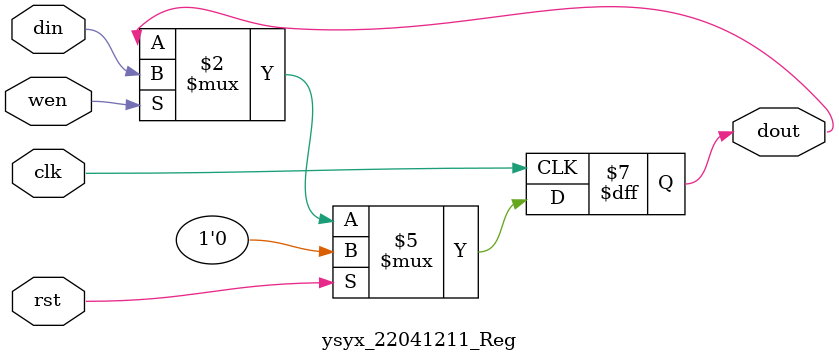
<source format=v>
/*************************************************************************
	> File Name: ysyx_22041211_Reg.v
	> Author: Chelsea
	> Mail: 1938166340@qq.com 
	> Created Time: 2023年08月04日 星期五 17时28分28秒
 ************************************************************************/

module ysyx_22041211_Reg #(parameter WIDTH = 1, RESET_VAL = 0)(
	input							clk	,
	input							rst	,
	input			[WIDTH - 1:0]	din	,
	input							wen	,
	output	reg		[WIDTH - 1:0]	dout
);
	always @(posedge clk) begin
		if (rst) dout <= RESET_VAL;
		else if (wen) dout <= din;
	end
	
endmodule



</source>
